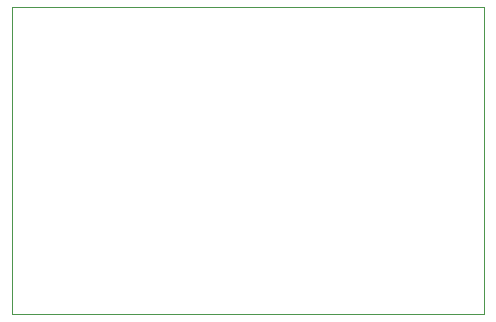
<source format=gko>
G75*
%MOIN*%
%OFA0B0*%
%FSLAX25Y25*%
%IPPOS*%
%LPD*%
%AMOC8*
5,1,8,0,0,1.08239X$1,22.5*
%
%ADD10C,0.00000*%
D10*
X0001984Y0032953D02*
X0159465Y0032953D01*
X0159465Y0135315D01*
X0001984Y0135315D01*
X0001984Y0032953D01*
X0159465Y0049250D02*
X0159465Y0093250D01*
M02*

</source>
